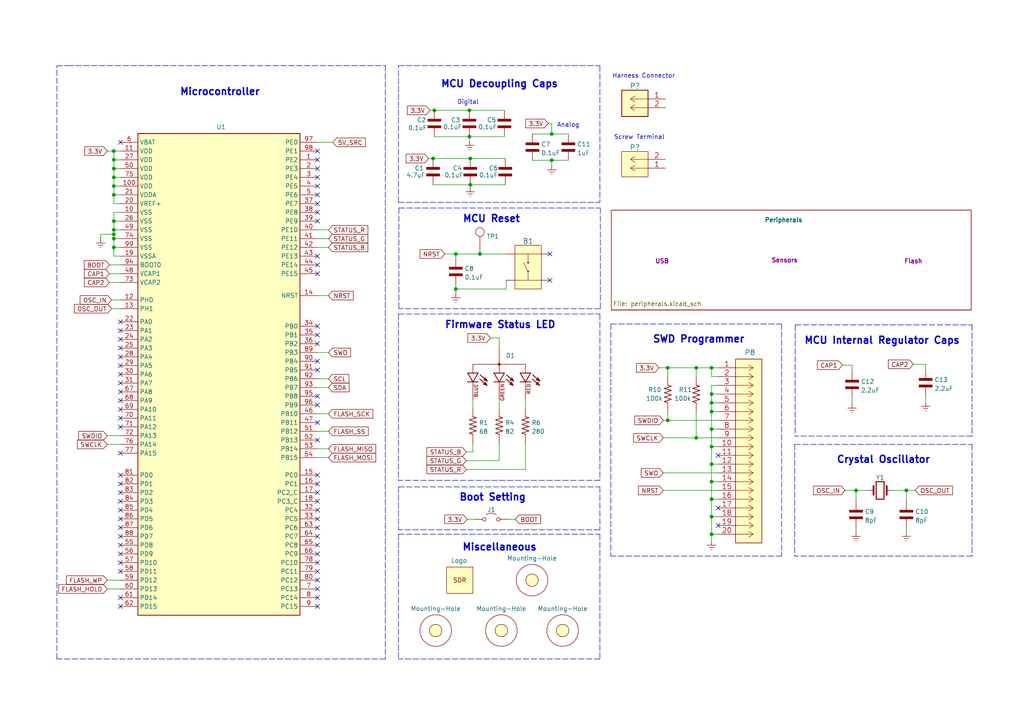
<source format=kicad_sch>
(kicad_sch (version 20211123) (generator eeschema)
  (paper "A4")
  (title_block (title "Engine Controller Microcontroller Board") (date "2021-06-26") (rev "1.0") (company "Sun Devil Rocketry") (comment 1 "Author: Colton Acosta"))
  (lib_symbols
    (symbol "Flight-Computer-rescue:Earth-power" (power) (pin_names (offset 0))
      (symbol "Earth-power_1_1"
        (pin power_in line (at 0 0 270) (length 0) hide (name "Earth") (number "1"))
      )
    )
    (symbol "Flight-Computer-rescue:STM32H750VBTx-Engine-Controller"
      (property "Reference" "U" (at -3.81 78.74 0))
      (property "Value" "STM32H750VBTx-Engine-Controller" (at -8.89 76.2 0))
      (symbol "STM32H750VBTx-Engine-Controller_1_1"
        (pin bidirectional line (at 27.94 66.04 180) (length 5.08) (name "PE2") (number "1"))
        (pin power_in line (at -29.21 50.8 0) (length 5.08) (name "VSS") (number "10"))
        (pin power_in line (at -29.21 58.42 0) (length 5.08) (name "VDD") (number "100"))
        (pin power_in line (at -29.21 68.58 0) (length 5.08) (name "VDD") (number "11"))
        (pin input line (at -29.21 25.4 0) (length 5.08) (name "PH0") (number "12"))
        (pin input line (at -29.21 22.86 0) (length 5.08) (name "PH1") (number "13"))
        (pin input line (at 27.94 26.67 180) (length 5.08) (name "NRST") (number "14"))
        (pin bidirectional line (at 27.94 -25.4 180) (length 5.08) (name "PC0") (number "15"))
        (pin bidirectional line (at 27.94 -27.94 180) (length 5.08) (name "PC1") (number "16"))
        (pin bidirectional line (at 27.94 -30.48 180) (length 5.08) (name "PC2_C") (number "17"))
        (pin bidirectional line (at 27.94 -33.02 180) (length 5.08) (name "PC3_C") (number "18"))
        (pin power_in line (at -29.21 38.1 0) (length 5.08) (name "VSSA") (number "19"))
        (pin bidirectional line (at 27.94 63.5 180) (length 5.08) (name "PE3") (number "2"))
        (pin bidirectional line (at -29.21 53.34 0) (length 5.08) (name "VREF+") (number "20"))
        (pin power_in line (at -29.21 55.88 0) (length 5.08) (name "VDDA") (number "21"))
        (pin bidirectional line (at -29.21 19.05 0) (length 5.08) (name "PA0") (number "22"))
        (pin bidirectional line (at -29.21 16.51 0) (length 5.08) (name "PA1") (number "23"))
        (pin bidirectional line (at -29.21 13.97 0) (length 5.08) (name "PA2") (number "24"))
        (pin bidirectional line (at -29.21 11.43 0) (length 5.08) (name "PA3") (number "25"))
        (pin power_in line (at -29.21 48.26 0) (length 5.08) (name "VSS") (number "26"))
        (pin power_in line (at -29.21 66.04 0) (length 5.08) (name "VDD") (number "27"))
        (pin bidirectional line (at -29.21 8.89 0) (length 5.08) (name "PA4") (number "28"))
        (pin bidirectional line (at -29.21 6.35 0) (length 5.08) (name "PA5") (number "29"))
        (pin bidirectional line (at 27.94 60.96 180) (length 5.08) (name "PE4") (number "3"))
        (pin bidirectional line (at -29.21 3.81 0) (length 5.08) (name "PA6") (number "30"))
        (pin bidirectional line (at -29.21 1.27 0) (length 5.08) (name "PA7") (number "31"))
        (pin bidirectional line (at 27.94 -35.56 180) (length 5.08) (name "PC4") (number "32"))
        (pin bidirectional line (at 27.94 -38.1 180) (length 5.08) (name "PC5") (number "33"))
        (pin bidirectional line (at 27.94 17.78 180) (length 5.08) (name "PB0") (number "34"))
        (pin bidirectional line (at 27.94 15.24 180) (length 5.08) (name "PB1") (number "35"))
        (pin bidirectional line (at 27.94 12.7 180) (length 5.08) (name "PB2") (number "36"))
        (pin bidirectional line (at 27.94 53.34 180) (length 5.08) (name "PE7") (number "37"))
        (pin bidirectional line (at 27.94 50.8 180) (length 5.08) (name "PE8") (number "38"))
        (pin bidirectional line (at 27.94 48.26 180) (length 5.08) (name "PE9") (number "39"))
        (pin bidirectional line (at 27.94 58.42 180) (length 5.08) (name "PE5") (number "4"))
        (pin bidirectional line (at 27.94 45.72 180) (length 5.08) (name "PE10") (number "40"))
        (pin bidirectional line (at 27.94 43.18 180) (length 5.08) (name "PE11") (number "41"))
        (pin bidirectional line (at 27.94 40.64 180) (length 5.08) (name "PE12") (number "42"))
        (pin bidirectional line (at 27.94 38.1 180) (length 5.08) (name "PE13") (number "43"))
        (pin bidirectional line (at 27.94 35.56 180) (length 5.08) (name "PE14") (number "44"))
        (pin bidirectional line (at 27.94 33.02 180) (length 5.08) (name "PE15") (number "45"))
        (pin bidirectional line (at 27.94 -7.62 180) (length 5.08) (name "PB10") (number "46"))
        (pin bidirectional line (at 27.94 -10.16 180) (length 5.08) (name "PB11") (number "47"))
        (pin power_in line (at -29.21 33.02 0) (length 5.08) (name "VCAP1") (number "48"))
        (pin power_in line (at -29.21 45.72 0) (length 5.08) (name "VSS") (number "49"))
        (pin bidirectional line (at 27.94 55.88 180) (length 5.08) (name "PE6") (number "5"))
        (pin power_in line (at -29.21 63.5 0) (length 5.08) (name "VDD") (number "50"))
        (pin bidirectional line (at 27.94 -12.7 180) (length 5.08) (name "PB12") (number "51"))
        (pin bidirectional line (at 27.94 -15.24 180) (length 5.08) (name "PB13") (number "52"))
        (pin bidirectional line (at 27.94 -17.78 180) (length 5.08) (name "PB14") (number "53"))
        (pin bidirectional line (at 27.94 -20.32 180) (length 5.08) (name "PB15") (number "54"))
        (pin bidirectional line (at -29.21 -45.72 0) (length 5.08) (name "PD8") (number "55"))
        (pin bidirectional line (at -29.21 -48.26 0) (length 5.08) (name "PD9") (number "56"))
        (pin bidirectional line (at -29.21 -50.8 0) (length 5.08) (name "PD10") (number "57"))
        (pin bidirectional line (at -29.21 -53.34 0) (length 5.08) (name "PD11") (number "58"))
        (pin bidirectional line (at -29.21 -55.88 0) (length 5.08) (name "PD12") (number "59"))
        (pin power_in line (at -29.21 71.12 0) (length 5.08) (name "VBAT") (number "6"))
        (pin bidirectional line (at -29.21 -58.42 0) (length 5.08) (name "PD13") (number "60"))
        (pin bidirectional line (at -29.21 -60.96 0) (length 5.08) (name "PD14") (number "61"))
        (pin bidirectional line (at -29.21 -63.5 0) (length 5.08) (name "PD15") (number "62"))
        (pin bidirectional line (at 27.94 -40.64 180) (length 5.08) (name "PC6") (number "63"))
        (pin bidirectional line (at 27.94 -43.18 180) (length 5.08) (name "PC7") (number "64"))
        (pin bidirectional line (at 27.94 -45.72 180) (length 5.08) (name "PC8") (number "65"))
        (pin bidirectional line (at 27.94 -48.26 180) (length 5.08) (name "PC9") (number "66"))
        (pin bidirectional line (at -29.21 -1.27 0) (length 5.08) (name "PA8") (number "67"))
        (pin bidirectional line (at -29.21 -3.81 0) (length 5.08) (name "PA9") (number "68"))
        (pin bidirectional line (at -29.21 -6.35 0) (length 5.08) (name "PA10") (number "69"))
        (pin bidirectional line (at 27.94 -58.42 180) (length 5.08) (name "PC13") (number "7"))
        (pin bidirectional line (at -29.21 -8.89 0) (length 5.08) (name "PA11") (number "70"))
        (pin bidirectional line (at -29.21 -11.43 0) (length 5.08) (name "PA12") (number "71"))
        (pin bidirectional line (at -29.21 -13.97 0) (length 5.08) (name "PA13") (number "72"))
        (pin power_in line (at -29.21 30.48 0) (length 5.08) (name "VCAP2") (number "73"))
        (pin power_in line (at -29.21 43.18 0) (length 5.08) (name "VSS") (number "74"))
        (pin power_in line (at -29.21 60.96 0) (length 5.08) (name "VDD") (number "75"))
        (pin bidirectional line (at -29.21 -16.51 0) (length 5.08) (name "PA14") (number "76"))
        (pin bidirectional line (at -29.21 -19.05 0) (length 5.08) (name "PA15") (number "77"))
        (pin bidirectional line (at 27.94 -50.8 180) (length 5.08) (name "PC10") (number "78"))
        (pin bidirectional line (at 27.94 -53.34 180) (length 5.08) (name "PC11") (number "79"))
        (pin bidirectional line (at 27.94 -60.96 180) (length 5.08) (name "PC14") (number "8"))
        (pin bidirectional line (at 27.94 -55.88 180) (length 5.08) (name "PC12") (number "80"))
        (pin bidirectional line (at -29.21 -25.4 0) (length 5.08) (name "PD0") (number "81"))
        (pin bidirectional line (at -29.21 -27.94 0) (length 5.08) (name "PD1") (number "82"))
        (pin bidirectional line (at -29.21 -30.48 0) (length 5.08) (name "PD2") (number "83"))
        (pin bidirectional line (at -29.21 -33.02 0) (length 5.08) (name "PD3") (number "84"))
        (pin bidirectional line (at -29.21 -35.56 0) (length 5.08) (name "PD4") (number "85"))
        (pin bidirectional line (at -29.21 -38.1 0) (length 5.08) (name "PD5") (number "86"))
        (pin bidirectional line (at -29.21 -40.64 0) (length 5.08) (name "PD6") (number "87"))
        (pin bidirectional line (at -29.21 -43.18 0) (length 5.08) (name "PD7") (number "88"))
        (pin bidirectional line (at 27.94 10.16 180) (length 5.08) (name "PB3") (number "89"))
        (pin bidirectional line (at 27.94 -63.5 180) (length 5.08) (name "PC15") (number "9"))
        (pin bidirectional line (at 27.94 7.62 180) (length 5.08) (name "PB4") (number "90"))
        (pin bidirectional line (at 27.94 5.08 180) (length 5.08) (name "PB5") (number "91"))
        (pin bidirectional line (at 27.94 2.54 180) (length 5.08) (name "PB6") (number "92"))
        (pin bidirectional line (at 27.94 0 180) (length 5.08) (name "PB7") (number "93"))
        (pin input line (at -29.21 35.56 0) (length 5.08) (name "BOOT0") (number "94"))
        (pin bidirectional line (at 27.94 -2.54 180) (length 5.08) (name "PB8") (number "95"))
        (pin bidirectional line (at 27.94 -5.08 180) (length 5.08) (name "PB9") (number "96"))
        (pin bidirectional line (at 27.94 71.12 180) (length 5.08) (name "PE0") (number "97"))
        (pin bidirectional line (at 27.94 68.58 180) (length 5.08) (name "PE1") (number "98"))
        (pin power_in line (at -29.21 40.64 0) (length 5.08) (name "VSS") (number "99"))
      )
    )
    (symbol "Flight-Computer:282837-2" (pin_names (offset 0.254) hide)
      (property "Reference" "P" (at 8.89 6.35 0))
      (symbol "282837-2_1_1"
        (pin passive line (at 0 0 0) (length 5.08) (name "5") (number "1"))
        (pin passive line (at 0 -2.54 0) (length 5.08) (name "6") (number "2"))
      )
    )
    (symbol "Flight-Computer:3220-20-0200-00" (pin_names (offset 0.254) hide)
      (property "Reference" "P" (at 8.89 6.35 0))
      (symbol "3220-20-0200-00_1_1"
        (pin passive line (at 0 0 0) (length 5.08) (name "1") (number "1"))
        (pin passive line (at 0 -22.86 0) (length 5.08) (name "10") (number "10"))
        (pin passive line (at 0 -25.4 0) (length 5.08) (name "11") (number "11"))
        (pin passive line (at 0 -27.94 0) (length 5.08) (name "12") (number "12"))
        (pin passive line (at 0 -30.48 0) (length 5.08) (name "13") (number "13"))
        (pin passive line (at 0 -33.02 0) (length 5.08) (name "14") (number "14"))
        (pin passive line (at 0 -35.56 0) (length 5.08) (name "15") (number "15"))
        (pin passive line (at 0 -38.1 0) (length 5.08) (name "16") (number "16"))
        (pin passive line (at 0 -40.64 0) (length 5.08) (name "17") (number "17"))
        (pin passive line (at 0 -43.18 0) (length 5.08) (name "18") (number "18"))
        (pin passive line (at 0 -45.72 0) (length 5.08) (name "19") (number "19"))
        (pin passive line (at 0 -2.54 0) (length 5.08) (name "2") (number "2"))
        (pin passive line (at 0 -48.26 0) (length 5.08) (name "20") (number "20"))
        (pin passive line (at 0 -5.08 0) (length 5.08) (name "3") (number "3"))
        (pin passive line (at 0 -7.62 0) (length 5.08) (name "4") (number "4"))
        (pin passive line (at 0 -10.16 0) (length 5.08) (name "5") (number "5"))
        (pin passive line (at 0 -12.7 0) (length 5.08) (name "6") (number "6"))
        (pin passive line (at 0 -15.24 0) (length 5.08) (name "7") (number "7"))
        (pin passive line (at 0 -17.78 0) (length 5.08) (name "8") (number "8"))
        (pin passive line (at 0 -20.32 0) (length 5.08) (name "9") (number "9"))
      )
    )
    (symbol "Flight-Computer:647676-2" (pin_names (offset 0.254) hide)
      (property "Reference" "P" (at 6.35 5.08 0))
      (symbol "647676-2_1_1"
        (pin passive line (at 0 0 0) (length 5.08) (name "1") (number "1"))
        (pin passive line (at 0 -2.54 0) (length 5.08) (name "2") (number "2"))
      )
    )
    (symbol "Flight-Computer:CAP_0603" (pin_numbers hide) (pin_names (offset 1.016) hide)
      (property "Reference" "C" (at -1.27 3.81 0))
      (property "Value" "CAP_0603" (at -3.81 -3.81 0))
      (symbol "CAP_0603_0_0"
        (pin passive line (at 3.81 0 180) (length 2.54) (name "~") (number "1"))
        (pin passive line (at -3.81 0 0) (length 2.54) (name "~") (number "2"))
      )
    )
    (symbol "Flight-Computer:CLMVC-FKA-CL1D1L71BB7C3C3" (pin_numbers hide) (pin_names (offset 1.016) hide)
      (property "Reference" "D" (at 13.97 -1.27 0))
      (symbol "CLMVC-FKA-CL1D1L71BB7C3C3_0_0"
        (text "BLUE" (at 3.048 -6.096 0) (effects (font (size 1.016 1.016)) (justify left bottom)))
        (text "GREEN" (at 3.048 1.524 0) (effects (font (size 1.016 1.016)) (justify left bottom)))
        (text "RED" (at 3.048 9.144 0) (effects (font (size 1.016 1.016)) (justify left bottom)))
        (pin passive line (at -7.62 0 0) (length 5.08) (name "~") (number "1"))
        (pin passive line (at 7.62 -7.62 180) (length 5.08) (name "~") (number "2"))
        (pin passive line (at 7.62 0 180) (length 5.08) (name "~") (number "3"))
        (pin passive line (at 7.62 7.62 180) (length 5.08) (name "~") (number "4"))
      )
    )
    (symbol "Flight-Computer:ECS-240-18-33-JGN-TR" (pin_numbers hide) (pin_names (offset 1.016) hide)
      (property "Reference" "Y" (at 0 3.81 0))
      (symbol "ECS-240-18-33-JGN-TR_1_1"
        (pin passive line (at -3.81 0 0) (length 1.27) (name "1") (number "1"))
        (pin passive line (at 3.81 0 180) (length 1.27) (name "3") (number "3"))
      )
    )
    (symbol "Flight-Computer:Earth" (power) (pin_names (offset 0))
      (symbol "Earth_1_1"
        (pin power_in line (at 0 0 270) (length 0) hide (name "Earth") (number "1"))
      )
    )
    (symbol "Flight-Computer:Jumper_NO" (pin_numbers hide) (pin_names (offset 0) hide)
      (property "Reference" "J" (at 0 2.794 0))
      (symbol "Jumper_NO_1_1"
        (pin passive line (at -5.08 0 0) (length 2.54) (name "A") (number "1"))
        (pin passive line (at 5.08 0 180) (length 2.54) (name "B") (number "2"))
      )
    )
    (symbol "Flight-Computer:Logo" (pin_names (offset 1.016))
      (property "Reference" "LOGO" (at 0 5.08 0))
      (property "Value" "Logo" (at 0 -5.08 0))
      (symbol "Logo_0_0"
        (text "SDR" (at 0 0 0) (effects (font (size 1.27 1.27))))
      )
    )
    (symbol "Flight-Computer:Mounting-Hole" (pin_names (offset 1.016)))
    (symbol "Flight-Computer:PTS647SM38SMTR2LFS" (pin_numbers hide) (pin_names (offset 0.254) hide)
      (property "Reference" "B" (at -1.27 8.89 0))
      (symbol "PTS647SM38SMTR2LFS_1_1"
        (pin passive line (at -6.35 -3.81 0) (length 2.54) (name "1") (number "1"))
        (pin passive line (at 6.35 3.81 180) (length 2.54) (name "2") (number "2"))
        (pin passive line (at -6.35 3.81 0) (length 2.54) (name "3") (number "3"))
        (pin passive line (at 6.35 -3.81 180) (length 2.54) (name "4") (number "4"))
      )
    )
    (symbol "Flight-Computer:RES_0603" (pin_numbers hide) (pin_names (offset 1.016) hide)
      (property "Reference" "R" (at -1.27 1.27 0))
      (property "Value" "RES_0603" (at -3.81 -2.54 0))
      (symbol "RES_0603_0_0"
        (pin passive line (at -5.08 0 0) (length 2.54) (name "~") (number "1"))
        (pin passive line (at 5.08 0 180) (length 2.54) (name "~") (number "2"))
      )
    )
    (symbol "Flight-Computer:TP" (pin_numbers hide) (pin_names (offset 1.016) hide)
      (property "Reference" "TP" (at 0 8.89 0))
      (property "Value" "TP" (at 0 8.89 0))
      (symbol "TP_1_1"
        (pin passive line (at 0 0 90) (length 5.08) (name "~") (number "1"))
      )
    )
  )
  (junction (at 33.02 48.895))
  (junction (at 136.144 32.004))
  (junction (at 206.375 134.62))
  (junction (at 206.375 116.84))
  (junction (at 125.984 32.004))
  (junction (at 139.192 73.66))
  (junction (at 33.02 71.755))
  (junction (at 33.02 64.135))
  (junction (at 33.02 43.815))
  (junction (at 206.375 124.46))
  (junction (at 160.02 38.862))
  (junction (at 125.603 45.974))
  (junction (at 33.02 69.215))
  (junction (at 160.02 46.482))
  (junction (at 206.375 149.86))
  (junction (at 132.207 83.82))
  (junction (at 201.93 106.68))
  (junction (at 193.675 106.68))
  (junction (at 206.375 154.94))
  (junction (at 33.02 56.515))
  (junction (at 248.285 142.24))
  (junction (at 206.375 144.78))
  (junction (at 136.398 53.594))
  (junction (at 136.144 39.624))
  (junction (at 206.375 129.54))
  (junction (at 206.375 114.3))
  (junction (at 33.02 53.975))
  (junction (at 193.675 121.92))
  (junction (at 206.375 119.38))
  (junction (at 33.02 46.355))
  (junction (at 206.375 139.7))
  (junction (at 33.02 67.945))
  (junction (at 201.93 127))
  (junction (at 33.02 66.675))
  (junction (at 262.89 142.24))
  (junction (at 132.207 73.66))
  (junction (at 33.02 51.435))
  (junction (at 136.398 45.974))
  (junction (at 206.375 106.68))
  (no_connect (at 92.075 46.355))
  (no_connect (at 92.075 64.135))
  (no_connect (at 34.925 113.665))
  (no_connect (at 92.075 61.595))
  (no_connect (at 34.925 123.825))
  (no_connect (at 92.075 76.835))
  (no_connect (at 34.925 93.345))
  (no_connect (at 34.925 98.425))
  (no_connect (at 34.925 108.585))
  (no_connect (at 34.925 100.965))
  (no_connect (at 34.925 103.505))
  (no_connect (at 34.925 106.045))
  (no_connect (at 34.925 95.885))
  (no_connect (at 34.925 111.125))
  (no_connect (at 92.075 114.935))
  (no_connect (at 92.075 155.575))
  (no_connect (at 92.075 140.335))
  (no_connect (at 92.075 137.795))
  (no_connect (at 34.925 121.285))
  (no_connect (at 34.925 165.735))
  (no_connect (at 92.075 99.695))
  (no_connect (at 92.075 145.415))
  (no_connect (at 92.075 104.775))
  (no_connect (at 92.075 94.615))
  (no_connect (at 92.075 59.055))
  (no_connect (at 92.075 158.115))
  (no_connect (at 92.075 173.355))
  (no_connect (at 34.925 155.575))
  (no_connect (at 34.925 145.415))
  (no_connect (at 34.925 153.035))
  (no_connect (at 34.925 147.955))
  (no_connect (at 34.925 150.495))
  (no_connect (at 34.925 140.335))
  (no_connect (at 34.925 142.875))
  (no_connect (at 34.925 160.655))
  (no_connect (at 34.925 158.115))
  (no_connect (at 34.925 137.795))
  (no_connect (at 92.075 175.895))
  (no_connect (at 92.075 56.515))
  (no_connect (at 92.075 163.195))
  (no_connect (at 92.075 127.635))
  (no_connect (at 34.925 41.275))
  (no_connect (at 92.075 53.975))
  (no_connect (at 92.075 51.435))
  (no_connect (at 92.075 43.815))
  (no_connect (at 34.925 173.355))
  (no_connect (at 34.925 131.445))
  (no_connect (at 34.925 116.205))
  (no_connect (at 92.075 142.875))
  (no_connect (at 92.075 79.375))
  (no_connect (at 92.075 160.655))
  (no_connect (at 92.075 117.475))
  (no_connect (at 92.075 122.555))
  (no_connect (at 92.075 107.315))
  (no_connect (at 92.075 150.495))
  (no_connect (at 34.925 163.195))
  (no_connect (at 92.075 165.735))
  (no_connect (at 92.075 153.035))
  (no_connect (at 92.075 170.815))
  (no_connect (at 92.075 74.295))
  (no_connect (at 92.075 168.275))
  (no_connect (at 208.28 152.4))
  (no_connect (at 208.28 147.32))
  (no_connect (at 208.28 132.08))
  (no_connect (at 92.075 147.955))
  (no_connect (at 159.512 81.28))
  (no_connect (at 159.512 73.66))
  (no_connect (at 92.075 48.895))
  (no_connect (at 34.925 175.895))
  (no_connect (at 34.925 118.745))
  (no_connect (at 92.075 97.155))
  (polyline (pts (xy 173.99 91.059) (xy 173.99 139.319)))
  (wire (pts (xy 31.75 79.375) (xy 34.925 79.375)))
  (wire (pts (xy 262.89 142.24) (xy 262.89 145.415)))
  (wire (pts (xy 31.75 81.915) (xy 34.925 81.915)))
  (wire (pts (xy 206.375 144.78) (xy 206.375 149.86)))
  (wire (pts (xy 206.375 114.3) (xy 206.375 116.84)))
  (wire (pts (xy 247.142 105.918) (xy 247.142 107.696)))
  (wire (pts (xy 135.509 150.622) (xy 137.414 150.622)))
  (wire (pts (xy 144.78 98.044) (xy 144.78 100.584)))
  (wire (pts (xy 132.207 83.82) (xy 132.207 85.09)))
  (wire (pts (xy 132.207 82.55) (xy 132.207 83.82)))
  (wire (pts (xy 34.925 74.295) (xy 33.02 74.295)))
  (wire (pts (xy 137.16 131.064) (xy 135.255 131.064)))
  (polyline (pts (xy 115.57 19.05) (xy 173.99 19.05)))
  (wire (pts (xy 201.93 106.68) (xy 201.93 109.22)))
  (wire (pts (xy 129.032 73.66) (xy 132.207 73.66)))
  (wire (pts (xy 206.375 139.7) (xy 206.375 144.78)))
  (wire (pts (xy 33.02 56.515) (xy 33.02 53.975)))
  (wire (pts (xy 137.16 115.824) (xy 137.16 118.364)))
  (wire (pts (xy 33.02 46.355) (xy 34.925 46.355)))
  (wire (pts (xy 31.115 43.815) (xy 33.02 43.815)))
  (polyline (pts (xy 173.99 154.94) (xy 173.99 191.135)))
  (wire (pts (xy 33.02 71.755) (xy 33.02 69.215)))
  (wire (pts (xy 32.385 89.535) (xy 34.925 89.535)))
  (wire (pts (xy 33.02 59.055) (xy 33.02 56.515)))
  (polyline (pts (xy 111.76 191.135) (xy 16.51 191.135)))
  (polyline (pts (xy 115.697 60.325) (xy 174.117 60.325)))
  (wire (pts (xy 208.28 124.46) (xy 206.375 124.46)))
  (wire (pts (xy 34.925 59.055) (xy 33.02 59.055)))
  (wire (pts (xy 33.02 43.815) (xy 34.925 43.815)))
  (wire (pts (xy 206.375 106.68) (xy 201.93 106.68)))
  (polyline (pts (xy 16.51 191.135) (xy 16.51 19.05)))
  (wire (pts (xy 208.28 149.86) (xy 206.375 149.86)))
  (wire (pts (xy 152.4 136.144) (xy 152.4 128.524)))
  (wire (pts (xy 247.142 115.316) (xy 247.142 117.094)))
  (wire (pts (xy 245.11 142.24) (xy 248.285 142.24)))
  (wire (pts (xy 248.285 142.24) (xy 251.46 142.24)))
  (wire (pts (xy 124.714 32.004) (xy 125.984 32.004)))
  (wire (pts (xy 208.28 114.3) (xy 206.375 114.3)))
  (wire (pts (xy 135.255 136.144) (xy 152.4 136.144)))
  (wire (pts (xy 193.675 106.68) (xy 193.675 109.22)))
  (wire (pts (xy 33.02 61.595) (xy 34.925 61.595)))
  (wire (pts (xy 31.75 76.835) (xy 34.925 76.835)))
  (wire (pts (xy 208.28 119.38) (xy 206.375 119.38)))
  (wire (pts (xy 31.115 170.815) (xy 34.925 170.815)))
  (wire (pts (xy 136.144 32.004) (xy 146.304 32.004)))
  (wire (pts (xy 33.02 51.435) (xy 33.02 53.975)))
  (wire (pts (xy 92.075 41.275) (xy 96.52 41.275)))
  (wire (pts (xy 206.375 154.94) (xy 206.375 156.845)))
  (polyline (pts (xy 281.94 126.492) (xy 230.632 126.492)))
  (wire (pts (xy 206.375 116.84) (xy 206.375 119.38)))
  (wire (pts (xy 33.02 51.435) (xy 34.925 51.435)))
  (wire (pts (xy 92.075 102.235) (xy 95.25 102.235)))
  (wire (pts (xy 248.285 142.24) (xy 248.285 145.415)))
  (wire (pts (xy 208.28 154.94) (xy 206.375 154.94)))
  (wire (pts (xy 29.21 67.945) (xy 33.02 67.945)))
  (polyline (pts (xy 177.165 93.98) (xy 226.695 93.98)))
  (wire (pts (xy 208.28 129.54) (xy 206.375 129.54)))
  (wire (pts (xy 206.375 149.86) (xy 206.375 154.94)))
  (wire (pts (xy 92.075 71.755) (xy 95.25 71.755)))
  (polyline (pts (xy 115.57 154.94) (xy 173.99 154.94)))
  (polyline (pts (xy 115.697 60.325) (xy 115.697 89.535)))
  (polyline (pts (xy 115.57 141.224) (xy 173.99 141.224)))
  (wire (pts (xy 147.574 150.622) (xy 149.479 150.622)))
  (wire (pts (xy 206.375 124.46) (xy 206.375 129.54)))
  (polyline (pts (xy 173.99 191.135) (xy 115.57 191.135)))
  (wire (pts (xy 201.93 119.38) (xy 201.93 127)))
  (wire (pts (xy 34.925 69.215) (xy 33.02 69.215)))
  (wire (pts (xy 34.925 128.905) (xy 31.115 128.905)))
  (polyline (pts (xy 115.57 91.059) (xy 173.99 91.059)))
  (wire (pts (xy 136.398 53.594) (xy 146.558 53.594)))
  (polyline (pts (xy 19.685 19.05) (xy 111.76 19.05)))
  (wire (pts (xy 33.02 74.295) (xy 33.02 71.755)))
  (wire (pts (xy 125.603 53.594) (xy 136.398 53.594)))
  (wire (pts (xy 152.4 115.824) (xy 152.4 118.364)))
  (wire (pts (xy 268.478 105.664) (xy 268.478 107.188)))
  (polyline (pts (xy 115.57 58.674) (xy 115.57 19.05)))
  (wire (pts (xy 208.28 144.78) (xy 206.375 144.78)))
  (wire (pts (xy 92.075 120.015) (xy 95.25 120.015)))
  (wire (pts (xy 34.925 126.365) (xy 31.115 126.365)))
  (polyline (pts (xy 115.57 91.059) (xy 115.57 139.319)))
  (wire (pts (xy 136.144 39.624) (xy 136.144 40.894)))
  (wire (pts (xy 144.78 133.604) (xy 144.78 128.524)))
  (wire (pts (xy 92.075 125.095) (xy 95.25 125.095)))
  (wire (pts (xy 33.02 48.895) (xy 33.02 51.435)))
  (wire (pts (xy 125.603 45.974) (xy 136.398 45.974)))
  (polyline (pts (xy 281.94 128.905) (xy 281.94 161.29)))
  (polyline (pts (xy 111.76 19.05) (xy 111.76 191.135)))
  (wire (pts (xy 31.115 168.275) (xy 34.925 168.275)))
  (polyline (pts (xy 16.51 19.05) (xy 19.685 19.05)))
  (wire (pts (xy 92.075 112.395) (xy 95.25 112.395)))
  (wire (pts (xy 146.812 81.28) (xy 146.812 83.82)))
  (wire (pts (xy 160.02 35.814) (xy 160.02 38.862)))
  (wire (pts (xy 193.675 121.92) (xy 208.28 121.92)))
  (wire (pts (xy 264.922 105.664) (xy 268.478 105.664)))
  (wire (pts (xy 125.984 32.004) (xy 136.144 32.004)))
  (polyline (pts (xy 177.165 93.98) (xy 177.165 161.29)))
  (wire (pts (xy 124.333 45.974) (xy 125.603 45.974)))
  (wire (pts (xy 160.02 46.482) (xy 164.846 46.482)))
  (wire (pts (xy 208.28 137.16) (xy 192.405 137.16)))
  (wire (pts (xy 206.375 106.68) (xy 208.28 106.68)))
  (wire (pts (xy 135.255 133.604) (xy 144.78 133.604)))
  (wire (pts (xy 244.348 105.918) (xy 247.142 105.918)))
  (polyline (pts (xy 174.117 60.325) (xy 174.117 89.535)))
  (wire (pts (xy 34.925 66.675) (xy 33.02 66.675)))
  (wire (pts (xy 137.16 128.524) (xy 137.16 131.064)))
  (wire (pts (xy 29.21 69.215) (xy 29.21 67.945)))
  (polyline (pts (xy 173.99 19.05) (xy 173.99 58.674)))
  (wire (pts (xy 132.207 74.93) (xy 132.207 73.66)))
  (wire (pts (xy 125.984 39.624) (xy 136.144 39.624)))
  (polyline (pts (xy 115.57 58.674) (xy 173.99 58.674)))
  (wire (pts (xy 132.207 83.82) (xy 146.812 83.82)))
  (polyline (pts (xy 226.695 161.29) (xy 177.165 161.29)))
  (polyline (pts (xy 230.505 128.905) (xy 230.505 161.29)))
  (wire (pts (xy 132.207 73.66) (xy 139.192 73.66)))
  (wire (pts (xy 33.02 43.815) (xy 33.02 46.355)))
  (wire (pts (xy 201.93 127) (xy 208.28 127)))
  (wire (pts (xy 34.925 64.135) (xy 33.02 64.135)))
  (polyline (pts (xy 281.94 94.234) (xy 281.94 126.492)))
  (wire (pts (xy 259.08 142.24) (xy 262.89 142.24)))
  (wire (pts (xy 33.02 69.215) (xy 33.02 67.945)))
  (polyline (pts (xy 173.99 153.67) (xy 115.57 153.67)))
  (wire (pts (xy 201.93 106.68) (xy 193.675 106.68)))
  (wire (pts (xy 136.398 45.974) (xy 146.558 45.974)))
  (wire (pts (xy 139.192 73.66) (xy 146.812 73.66)))
  (wire (pts (xy 208.28 111.76) (xy 206.375 111.76)))
  (wire (pts (xy 136.144 39.624) (xy 146.304 39.624)))
  (wire (pts (xy 206.375 119.38) (xy 206.375 124.46)))
  (wire (pts (xy 208.28 134.62) (xy 206.375 134.62)))
  (wire (pts (xy 33.02 46.355) (xy 33.02 48.895)))
  (wire (pts (xy 192.405 121.92) (xy 193.675 121.92)))
  (wire (pts (xy 159.004 35.814) (xy 160.02 35.814)))
  (wire (pts (xy 206.375 134.62) (xy 206.375 139.7)))
  (wire (pts (xy 206.375 111.76) (xy 206.375 114.3)))
  (polyline (pts (xy 281.94 161.29) (xy 230.505 161.29)))
  (wire (pts (xy 95.25 132.715) (xy 92.075 132.715)))
  (wire (pts (xy 154.432 46.482) (xy 160.02 46.482)))
  (polyline (pts (xy 174.117 89.535) (xy 115.697 89.535)))
  (wire (pts (xy 193.675 106.68) (xy 191.135 106.68)))
  (wire (pts (xy 136.398 53.594) (xy 136.398 54.356)))
  (wire (pts (xy 33.02 64.135) (xy 33.02 61.595)))
  (wire (pts (xy 262.89 142.24) (xy 265.43 142.24)))
  (wire (pts (xy 262.89 153.035) (xy 262.89 154.305)))
  (wire (pts (xy 192.405 127) (xy 201.93 127)))
  (wire (pts (xy 33.02 66.675) (xy 33.02 64.135)))
  (wire (pts (xy 160.02 46.482) (xy 160.02 48.006)))
  (polyline (pts (xy 115.57 141.224) (xy 115.57 153.67)))
  (wire (pts (xy 268.478 114.808) (xy 268.478 116.586)))
  (wire (pts (xy 92.075 66.675) (xy 95.25 66.675)))
  (wire (pts (xy 206.375 129.54) (xy 206.375 134.62)))
  (wire (pts (xy 154.432 38.862) (xy 160.02 38.862)))
  (polyline (pts (xy 173.99 139.319) (xy 115.57 139.319)))
  (wire (pts (xy 208.28 109.22) (xy 206.375 109.22)))
  (polyline (pts (xy 226.695 93.98) (xy 226.695 161.29)))
  (wire (pts (xy 193.675 119.38) (xy 193.675 121.92)))
  (wire (pts (xy 208.28 139.7) (xy 206.375 139.7)))
  (polyline (pts (xy 173.99 141.224) (xy 173.99 153.67)))
  (wire (pts (xy 34.925 71.755) (xy 33.02 71.755)))
  (wire (pts (xy 33.02 56.515) (xy 34.925 56.515)))
  (wire (pts (xy 206.375 109.22) (xy 206.375 106.68)))
  (wire (pts (xy 33.02 53.975) (xy 34.925 53.975)))
  (wire (pts (xy 142.24 98.044) (xy 144.78 98.044)))
  (wire (pts (xy 192.405 142.24) (xy 208.28 142.24)))
  (wire (pts (xy 95.25 130.175) (xy 92.075 130.175)))
  (wire (pts (xy 248.285 153.035) (xy 248.285 154.305)))
  (polyline (pts (xy 230.632 94.234) (xy 230.632 126.492)))
  (polyline (pts (xy 230.632 94.234) (xy 281.94 94.234)))
  (wire (pts (xy 32.385 86.995) (xy 34.925 86.995)))
  (polyline (pts (xy 115.57 154.94) (xy 115.57 191.135)))
  (wire (pts (xy 33.02 67.945) (xy 33.02 66.675)))
  (wire (pts (xy 160.02 38.862) (xy 164.846 38.862)))
  (wire (pts (xy 95.25 109.855) (xy 92.075 109.855)))
  (wire (pts (xy 92.075 85.725) (xy 95.25 85.725)))
  (wire (pts (xy 92.075 69.215) (xy 95.25 69.215)))
  (wire (pts (xy 208.28 116.84) (xy 206.375 116.84)))
  (polyline (pts (xy 230.505 128.905) (xy 281.94 128.905)))
  (wire (pts (xy 144.78 115.824) (xy 144.78 118.364)))
  (wire (pts (xy 33.02 48.895) (xy 34.925 48.895)))
  (text "Crystal Oscillator" (at 242.57 134.62 0) (effects (font (size 2.032 2.032) (thickness 0.4064) bold) (justify left bottom)))
  (text "MCU Internal Regulator Caps" (at 233.172 100.076 0) (effects (font (size 2.032 2.032) (thickness 0.4064) bold) (justify left bottom)))
  (text "MCU Reset" (at 134.112 64.77 0) (effects (font (size 2.032 2.032) (thickness 0.4064) bold) (justify left bottom)))
  (text "Firmware Status LED" (at 128.905 95.504 0) (effects (font (size 2.032 2.032) (thickness 0.4064) bold) (justify left bottom)))
  (text "MCU Decoupling Caps" (at 127.762 25.654 0) (effects (font (size 2.032 2.032) (thickness 0.4064) bold) (justify left bottom)))
  (text "Boot Setting" (at 133.096 145.542 0) (effects (font (size 2.032 2.032) (thickness 0.4064) bold) (justify left bottom)))
  (text "Miscellaneous" (at 133.985 160.02 0) (effects (font (size 2.032 2.032) (thickness 0.4064) bold) (justify left bottom)))
  (text "Analog" (at 161.544 37.084 0) (effects (font (size 1.27 1.27)) (justify left bottom)))
  (text "Screw Terminal" (at 178.054 40.64 0) (effects (font (size 1.27 1.27)) (justify left bottom)))
  (text "Microcontroller" (at 52.07 27.94 0) (effects (font (size 2.032 2.032) (thickness 0.4064) bold) (justify left bottom)))
  (text "Harness Connector" (at 177.546 22.86 0) (effects (font (size 1.27 1.27)) (justify left bottom)))
  (text "Digital" (at 132.588 30.48 0) (effects (font (size 1.27 1.27)) (justify left bottom)))
  (text "SWD Programmer" (at 189.23 99.695 0) (effects (font (size 2.032 2.032) (thickness 0.4064) bold) (justify left bottom)))
  (global_label "SWDIO" (shape input) (at 31.115 126.365 180) (property "Intersheet References" "${INTERSHEET_REFS}" (effects hide)))
  (global_label "3.3V" (shape input) (at 142.24 98.044 180) (property "Intersheet References" "${INTERSHEET_REFS}" (effects hide)))
  (global_label "3.3V" (shape input) (at 124.714 32.004 180) (property "Intersheet References" "${INTERSHEET_REFS}" (effects hide)))
  (global_label "BOOT" (shape input) (at 149.479 150.622 0) (property "Intersheet References" "${INTERSHEET_REFS}" (effects hide)))
  (global_label "FLASH_SCK" (shape input) (at 95.25 120.015 0) (property "Intersheet References" "${INTERSHEET_REFS}" (effects hide)))
  (global_label "FLASH_WP" (shape input) (at 31.115 168.275 180) (property "Intersheet References" "${INTERSHEET_REFS}" (effects hide)))
  (global_label "FLASH_MISO" (shape input) (at 95.25 130.175 0) (property "Intersheet References" "${INTERSHEET_REFS}" (effects hide)))
  (global_label "SWO" (shape input) (at 192.405 137.16 180) (property "Intersheet References" "${INTERSHEET_REFS}" (effects hide)))
  (global_label "STATUS_G" (shape input) (at 135.255 133.604 180) (property "Intersheet References" "${INTERSHEET_REFS}" (effects hide)))
  (global_label "OSC_IN" (shape input) (at 32.385 86.995 180) (property "Intersheet References" "${INTERSHEET_REFS}" (effects hide)))
  (global_label "FLASH_HOLD" (shape input) (at 31.115 170.815 180) (property "Intersheet References" "${INTERSHEET_REFS}" (effects hide)))
  (global_label "BOOT" (shape input) (at 31.75 76.835 180) (property "Intersheet References" "${INTERSHEET_REFS}" (effects hide)))
  (global_label "3.3V" (shape input) (at 191.135 106.68 180) (property "Intersheet References" "${INTERSHEET_REFS}" (effects hide)))
  (global_label "SDA" (shape input) (at 95.25 112.395 0) (property "Intersheet References" "${INTERSHEET_REFS}" (effects hide)))
  (global_label "STATUS_B" (shape input) (at 95.25 71.755 0) (property "Intersheet References" "${INTERSHEET_REFS}" (effects hide)))
  (global_label "SWO" (shape input) (at 95.25 102.235 0) (property "Intersheet References" "${INTERSHEET_REFS}" (effects hide)))
  (global_label "OSC_OUT" (shape input) (at 265.43 142.24 0) (property "Intersheet References" "${INTERSHEET_REFS}" (effects hide)))
  (global_label "SWCLK" (shape input) (at 31.115 128.905 180) (property "Intersheet References" "${INTERSHEET_REFS}" (effects hide)))
  (global_label "FLASH_SS" (shape input) (at 95.25 125.095 0) (property "Intersheet References" "${INTERSHEET_REFS}" (effects hide)))
  (global_label "SCL" (shape input) (at 95.25 109.855 0) (property "Intersheet References" "${INTERSHEET_REFS}" (effects hide)))
  (global_label "NRST" (shape input) (at 129.032 73.66 180) (property "Intersheet References" "${INTERSHEET_REFS}" (effects hide)))
  (global_label "OSC_OUT" (shape input) (at 32.385 89.535 180) (property "Intersheet References" "${INTERSHEET_REFS}" (effects hide)))
  (global_label "CAP2" (shape input) (at 264.922 105.664 180) (property "Intersheet References" "${INTERSHEET_REFS}" (effects hide)))
  (global_label "3.3V" (shape input) (at 31.115 43.815 180) (property "Intersheet References" "${INTERSHEET_REFS}" (effects hide)))
  (global_label "STATUS_R" (shape input) (at 95.25 66.675 0) (property "Intersheet References" "${INTERSHEET_REFS}" (effects hide)))
  (global_label "NRST" (shape input) (at 192.405 142.24 180) (property "Intersheet References" "${INTERSHEET_REFS}" (effects hide)))
  (global_label "CAP1" (shape input) (at 31.75 79.375 180) (property "Intersheet References" "${INTERSHEET_REFS}" (effects hide)))
  (global_label "3.3V" (shape input) (at 135.509 150.622 180) (property "Intersheet References" "${INTERSHEET_REFS}" (effects hide)))
  (global_label "STATUS_B" (shape input) (at 135.255 131.064 180) (property "Intersheet References" "${INTERSHEET_REFS}" (effects hide)))
  (global_label "SWCLK" (shape input) (at 192.405 127 180) (property "Intersheet References" "${INTERSHEET_REFS}" (effects hide)))
  (global_label "FLASH_MOSI" (shape input) (at 95.25 132.715 0) (property "Intersheet References" "${INTERSHEET_REFS}" (effects hide)))
  (global_label "5V_SRC" (shape input) (at 96.52 41.275 0) (property "Intersheet References" "${INTERSHEET_REFS}" (effects hide)))
  (global_label "CAP2" (shape input) (at 31.75 81.915 180) (property "Intersheet References" "${INTERSHEET_REFS}" (effects hide)))
  (global_label "STATUS_G" (shape input) (at 95.25 69.215 0) (property "Intersheet References" "${INTERSHEET_REFS}" (effects hide)))
  (global_label "OSC_IN" (shape input) (at 245.11 142.24 180) (property "Intersheet References" "${INTERSHEET_REFS}" (effects hide)))
  (global_label "SWDIO" (shape input) (at 192.405 121.92 180) (property "Intersheet References" "${INTERSHEET_REFS}" (effects hide)))
  (global_label "CAP1" (shape input) (at 244.348 105.918 180) (property "Intersheet References" "${INTERSHEET_REFS}" (effects hide)))
  (global_label "3.3V" (shape input) (at 159.004 35.814 180) (property "Intersheet References" "${INTERSHEET_REFS}" (effects hide)))
  (global_label "NRST" (shape input) (at 95.25 85.725 0) (property "Intersheet References" "${INTERSHEET_REFS}" (effects hide)))
  (global_label "3.3V" (shape input) (at 124.333 45.974 180) (property "Intersheet References" "${INTERSHEET_REFS}" (effects hide)))
  (global_label "STATUS_R" (shape input) (at 135.255 136.144 180) (property "Intersheet References" "${INTERSHEET_REFS}" (effects hide)))
  (symbol (lib_id "Flight-Computer-rescue:Earth-power") (at 132.207 85.09 0) (unit 1)
    (property "Reference" "#PWR01" (effects hide))
    (property "Value" "Earth" (effects hide))
  )
  (symbol (lib_id "Flight-Computer-rescue:STM32H750VBTx-Engine-Controller") (at 64.135 112.395 0) (unit 1)
    (property "Reference" "U1" (at 64.135 36.83 0))
    (property "Value" "STM32H750VBTx" (effects hide))
    (property "Footprint" "Package_QFP:LQFP-100_14x14mm_P0.5mm" (effects hide))
    (property "Datasheet" "https://www.st.com/resource/en/datasheet/stm32h750ib.pdf" (effects hide))
  )
  (symbol (lib_id "Flight-Computer:RES_0603") (at 144.78 123.444 90) (unit 1)
    (property "Reference" "R4" (at 146.5326 122.6093 90) (effects (justify right)))
    (property "Value" "82" (at 146.5326 125.1462 90) (effects (justify right)))
  )
  (symbol (lib_id "Flight-Computer:Earth") (at 136.144 40.894 0) (unit 1)
    (property "Reference" "#PWR08" (effects hide))
    (property "Value" "Earth" (effects hide))
  )
  (symbol (lib_id "Flight-Computer:Mounting-Hole") (at 126.365 182.88 0) (unit 1)
    (property "Reference" "H1" (effects hide))
    (property "Value" "Mounting-Hole" (at 126.365 176.53 0))
  )
  (symbol (lib_id "Flight-Computer:Earth") (at 160.02 48.006 0) (unit 1)
    (property "Reference" "#PWR010" (effects hide))
    (property "Value" "Earth" (effects hide))
  )
  (symbol (lib_id "Flight-Computer:Earth") (at 136.398 54.356 0) (unit 1)
    (property "Reference" "#PWR09" (effects hide))
    (property "Value" "Earth" (effects hide))
  )
  (symbol (lib_id "Flight-Computer:Earth") (at 268.478 116.586 0) (unit 1)
    (property "Reference" "#PWR012" (effects hide))
    (property "Value" "Earth" (effects hide))
  )
  (symbol (lib_id "Flight-Computer:ECS-240-18-33-JGN-TR") (at 255.27 142.24 0) (unit 1)
    (property "Reference" "Y1" (at 255.27 138.5118 0))
    (property "Value" "ECS-240-18-33-JGN-TR" (effects hide))
  )
  (symbol (lib_id "Flight-Computer:CAP_0603") (at 146.558 49.784 90) (unit 1)
    (property "Reference" "C6" (at 141.732 48.768 90) (effects (justify right)))
    (property "Value" "0.1uF" (at 138.938 50.8 90) (effects (justify right)))
  )
  (symbol (lib_id "Flight-Computer:Mounting-Hole") (at 163.195 182.88 0) (unit 1)
    (property "Reference" "H4" (effects hide))
    (property "Value" "Mounting-Hole" (at 163.195 176.53 0))
  )
  (symbol (lib_id "Flight-Computer:TP") (at 139.192 73.66 0) (unit 1)
    (property "Reference" "TP1" (at 141.097 68.58 0) (effects (justify left)))
    (property "Value" "TP" (effects hide))
  )
  (symbol (lib_id "Flight-Computer:CAP_0603") (at 154.432 42.672 90) (unit 1)
    (property "Reference" "C7" (at 156.972 41.8373 90) (effects (justify right)))
    (property "Value" "0.1uF" (at 156.972 44.3742 90) (effects (justify right)))
  )
  (symbol (lib_id "Flight-Computer:CLMVC-FKA-CL1D1L71BB7C3C3") (at 144.78 108.204 270) (unit 1)
    (property "Reference" "D1" (at 146.685 103.124 90) (effects (justify left)))
    (property "Value" "CLMVC-FKA-CL1D1L71BB7C3C3" (effects hide))
    (property "Footprint" "LED_CLMVC-FKA-CL1D1L71BB7C3C3" (effects hide))
  )
  (symbol (lib_id "Flight-Computer:CAP_0603") (at 268.478 110.998 90) (unit 1)
    (property "Reference" "C13" (at 271.018 110.1633 90) (effects (justify right)))
    (property "Value" "2.2uF" (at 271.018 112.7002 90) (effects (justify right)))
  )
  (symbol (lib_id "Flight-Computer:Mounting-Hole") (at 145.415 182.88 0) (unit 1)
    (property "Reference" "H2" (effects hide))
    (property "Value" "Mounting-Hole" (at 145.415 176.53 0))
  )
  (symbol (lib_id "Flight-Computer:CAP_0603") (at 164.846 42.672 90) (unit 1)
    (property "Reference" "C11" (at 167.386 41.8373 90) (effects (justify right)))
    (property "Value" "1uF" (at 167.386 44.3742 90) (effects (justify right)))
  )
  (symbol (lib_id "Flight-Computer:Logo") (at 133.35 168.275 0) (unit 1)
    (property "Reference" "LOGO1" (effects hide))
    (property "Value" "Logo" (at 130.81 162.56 0) (effects (justify left)))
  )
  (symbol (lib_id "Flight-Computer:CAP_0603") (at 262.89 149.225 90) (unit 1)
    (property "Reference" "C10" (at 265.43 148.3903 90) (effects (justify right)))
    (property "Value" "8pF" (at 265.43 150.9272 90) (effects (justify right)))
  )
  (symbol (lib_id "Flight-Computer:CAP_0603") (at 125.603 49.784 90) (unit 1)
    (property "Reference" "C1" (at 120.269 48.768 90) (effects (justify right)))
    (property "Value" "4.7uF" (at 117.856 50.8 90) (effects (justify right)))
  )
  (symbol (lib_id "Flight-Computer:CAP_0603") (at 136.144 35.814 90) (unit 1)
    (property "Reference" "C3" (at 130.81 34.798 90) (effects (justify right)))
    (property "Value" "0.1uF" (at 128.524 36.83 90) (effects (justify right)))
  )
  (symbol (lib_id "Flight-Computer:282837-2") (at 193.04 48.768 180) (unit 1)
    (property "Reference" "P?" (at 184.15 42.7751 0) (effects (font (size 1.524 1.524))))
    (property "Value" "282837-2" (effects hide))
    (property "Footprint" "66953-005LF_AMP" (effects hide))
  )
  (symbol (lib_id "Flight-Computer:CAP_0603") (at 132.207 78.74 90) (unit 1)
    (property "Reference" "C8" (at 134.747 77.9053 90) (effects (justify right)))
    (property "Value" "0.1uF" (at 134.747 80.4422 90) (effects (justify right)))
  )
  (symbol (lib_id "Flight-Computer:Earth") (at 247.142 117.094 0) (unit 1)
    (property "Reference" "#PWR011" (effects hide))
    (property "Value" "Earth" (effects hide))
  )
  (symbol (lib_id "Flight-Computer:CAP_0603") (at 247.142 111.506 90) (unit 1)
    (property "Reference" "C12" (at 249.682 110.6713 90) (effects (justify right)))
    (property "Value" "2.2uF" (at 249.682 113.2082 90) (effects (justify right)))
  )
  (symbol (lib_id "Flight-Computer:RES_0603") (at 193.675 114.3 90) (unit 1)
    (property "Reference" "R10" (at 187.96 113.03 90) (effects (justify right)))
    (property "Value" "100k" (at 187.325 115.57 90) (effects (justify right)))
  )
  (symbol (lib_id "Flight-Computer:CAP_0603") (at 125.984 35.814 90) (unit 1)
    (property "Reference" "C2" (at 120.904 34.798 90) (effects (justify right)))
    (property "Value" "0.1uF" (at 118.364 37.084 90) (effects (justify right)))
  )
  (symbol (lib_id "Flight-Computer:3220-20-0200-00") (at 208.28 106.68 0) (unit 1)
    (property "Reference" "P8" (at 215.9 102.235 0) (effects (font (size 1.524 1.524)) (justify left)))
    (property "Value" "3220-20-0200-00" (effects hide))
    (property "Footprint" "CONN20_D10-RA-BK_SUL" (effects hide))
  )
  (symbol (lib_id "Flight-Computer:Mounting-Hole") (at 154.305 168.275 0) (unit 1)
    (property "Reference" "H3" (effects hide))
    (property "Value" "Mounting-Hole" (at 154.305 161.925 0))
  )
  (symbol (lib_id "Flight-Computer:Earth") (at 206.375 156.845 0) (unit 1)
    (property "Reference" "#PWR015" (effects hide))
    (property "Value" "Earth" (effects hide))
  )
  (symbol (lib_id "Flight-Computer:Jumper_NO") (at 142.494 150.622 0) (unit 1)
    (property "Reference" "J1" (at 142.494 147.8082 0))
    (property "Value" "Jumper_NO" (effects hide))
  )
  (symbol (lib_id "Flight-Computer:RES_0603") (at 137.16 123.444 90) (unit 1)
    (property "Reference" "R1" (at 138.9126 122.6093 90) (effects (justify right)))
    (property "Value" "68" (at 138.9126 125.1462 90) (effects (justify right)))
  )
  (symbol (lib_id "Flight-Computer:CAP_0603") (at 136.398 49.784 90) (unit 1)
    (property "Reference" "C4" (at 131.318 48.768 90) (effects (justify right)))
    (property "Value" "0.1uF" (at 128.905 50.8 90) (effects (justify right)))
  )
  (symbol (lib_id "Flight-Computer:Earth") (at 248.285 154.305 0) (unit 1)
    (property "Reference" "#PWR016" (effects hide))
    (property "Value" "Earth" (effects hide))
  )
  (symbol (lib_id "Flight-Computer:PTS647SM38SMTR2LFS") (at 153.162 77.47 0) (unit 1)
    (property "Reference" "B1" (at 153.162 69.9531 0) (effects (font (size 1.524 1.524))))
    (property "Value" "PTS647SM38SMTR2LFS" (effects hide))
    (property "Footprint" "SW_PTS647SM38SMTR2LFS_CNK" (effects hide))
  )
  (symbol (lib_id "Flight-Computer:CAP_0603") (at 146.304 35.814 90) (unit 1)
    (property "Reference" "C5" (at 141.224 34.798 90) (effects (justify right)))
    (property "Value" "0.1uF" (at 138.684 36.83 90) (effects (justify right)))
  )
  (symbol (lib_id "Flight-Computer:Earth") (at 29.21 69.215 0) (unit 1)
    (property "Reference" "#PWR014" (effects hide))
    (property "Value" "Earth" (effects hide))
  )
  (symbol (lib_id "Flight-Computer:647676-2") (at 193.04 28.702 0) (mirror y) (unit 1)
    (property "Reference" "P?" (at 184.15 24.9443 0) (effects (font (size 1.524 1.524))))
    (property "Value" "647676-2" (effects hide))
    (property "Footprint" "CONN_2043-1X04G00DAU_OUP" (effects hide))
  )
  (symbol (lib_id "Flight-Computer:CAP_0603") (at 248.285 149.225 90) (unit 1)
    (property "Reference" "C9" (at 250.825 148.3903 90) (effects (justify right)))
    (property "Value" "8pF" (at 250.825 150.9272 90) (effects (justify right)))
  )
  (symbol (lib_id "Flight-Computer:Earth") (at 262.89 154.305 0) (unit 1)
    (property "Reference" "#PWR017" (effects hide))
    (property "Value" "Earth" (effects hide))
  )
  (symbol (lib_id "Flight-Computer:RES_0603") (at 201.93 114.3 90) (unit 1)
    (property "Reference" "R11" (at 196.85 113.03 90) (effects (justify right)))
    (property "Value" "100k" (at 195.58 115.57 90) (effects (justify right)))
  )
  (symbol (lib_id "Flight-Computer:RES_0603") (at 152.4 123.444 90) (unit 1)
    (property "Reference" "R6" (at 154.1526 122.6093 90) (effects (justify right)))
    (property "Value" "280" (at 154.1526 125.1462 90) (effects (justify right)))
  )
  (sheet (at 177.292 60.96) (size 104.394 28.956) (stroke (width 0.1524))
    (property "Sheet name" "Peripherals" (at 221.742 64.516 0) (effects (font bold) (justify left bottom)))
    (property "Sheet file" "peripherals.kicad_sch" (at 177.8 87.376 0) (effects (justify left top)))
    (property "Field2" "USB" (at 192.024 75.692 0) (effects (font bold)))
    (property "Field3" "Flash" (at 264.922 75.692 0) (effects (font bold)))
    (property "Field4" "Sensors" (at 227.584 75.438 0) (effects (font bold)))
  )
)
</source>
